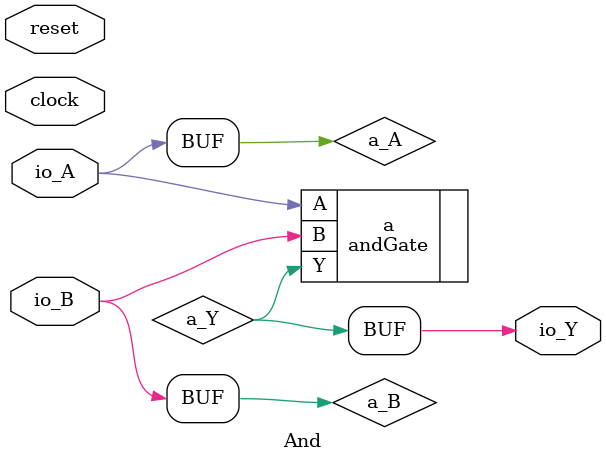
<source format=v>
module And(
  input   clock,
  input   reset,
  input   io_A,
  input   io_B,
  output  io_Y
);
  wire  a_A; // @[And.scala 32:19]
  wire  a_B; // @[And.scala 32:19]
  wire  a_Y; // @[And.scala 32:19]
  andGate a ( // @[And.scala 32:19]
    .A(a_A),
    .B(a_B),
    .Y(a_Y)
  );
  assign io_Y = a_Y; // @[And.scala 34:10]
  assign a_A = io_A; // @[And.scala 34:10]
  assign a_B = io_B; // @[And.scala 34:10]
endmodule

</source>
